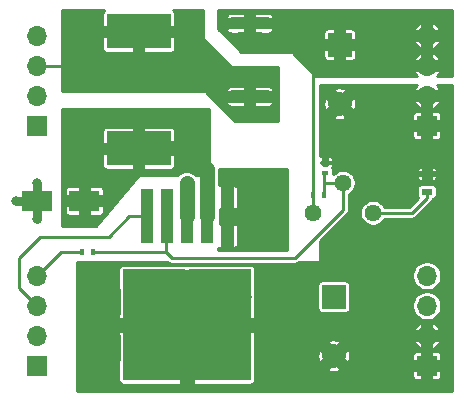
<source format=gbr>
G04 #@! TF.GenerationSoftware,KiCad,Pcbnew,(5.1.5)-3*
G04 #@! TF.CreationDate,2022-02-16T09:58:32-07:00*
G04 #@! TF.ProjectId,lm2596_breakout,6c6d3235-3936-45f6-9272-65616b6f7574,rev?*
G04 #@! TF.SameCoordinates,Original*
G04 #@! TF.FileFunction,Copper,L1,Top*
G04 #@! TF.FilePolarity,Positive*
%FSLAX46Y46*%
G04 Gerber Fmt 4.6, Leading zero omitted, Abs format (unit mm)*
G04 Created by KiCad (PCBNEW (5.1.5)-3) date 2022-02-16 09:58:32*
%MOMM*%
%LPD*%
G04 APERTURE LIST*
%ADD10R,0.600000X0.400000*%
%ADD11R,0.400000X0.600000*%
%ADD12O,1.700000X1.700000*%
%ADD13R,1.700000X1.700000*%
%ADD14C,2.000000*%
%ADD15R,2.000000X2.000000*%
%ADD16R,5.250000X4.550000*%
%ADD17R,10.800000X9.400000*%
%ADD18R,1.100000X4.600000*%
%ADD19C,1.440000*%
%ADD20R,0.900000X0.500000*%
%ADD21R,3.200000X1.000000*%
%ADD22R,5.400000X2.900000*%
%ADD23R,2.500000X1.800000*%
%ADD24C,0.800000*%
%ADD25C,1.270000*%
%ADD26C,0.762000*%
%ADD27C,0.254000*%
%ADD28C,0.250000*%
G04 APERTURE END LIST*
D10*
X77724000Y-114866000D03*
X77724000Y-115766000D03*
D11*
X77666000Y-117602000D03*
X76766000Y-117602000D03*
X57208000Y-122428000D03*
X58108000Y-122428000D03*
D12*
X86360000Y-124460000D03*
X86360000Y-127000000D03*
X86360000Y-129540000D03*
D13*
X86360000Y-132080000D03*
D14*
X78486000Y-131238000D03*
D15*
X78486000Y-126238000D03*
D16*
X63265000Y-126172000D03*
X68815000Y-131022000D03*
X68815000Y-126172000D03*
X63265000Y-131022000D03*
D17*
X66040000Y-128597000D03*
D18*
X62640000Y-119447000D03*
X64340000Y-119447000D03*
X66040000Y-119447000D03*
X67740000Y-119447000D03*
X69440000Y-119447000D03*
D19*
X81788000Y-119126000D03*
X79248000Y-116586000D03*
X76708000Y-119126000D03*
D20*
X86360000Y-115836000D03*
X86360000Y-117336000D03*
D14*
X78994000Y-109902000D03*
D15*
X78994000Y-104902000D03*
D21*
X71374000Y-103072000D03*
X71374000Y-109272000D03*
D22*
X61976000Y-103762000D03*
X61976000Y-113662000D03*
D12*
X53340000Y-124460000D03*
X53340000Y-127000000D03*
X53340000Y-129540000D03*
D13*
X53340000Y-132080000D03*
D12*
X86360000Y-104140000D03*
X86360000Y-106680000D03*
X86360000Y-109220000D03*
D13*
X86360000Y-111760000D03*
D12*
X53340000Y-104140000D03*
X53340000Y-106680000D03*
X53340000Y-109220000D03*
D13*
X53340000Y-111760000D03*
D23*
X53372000Y-118110000D03*
X57372000Y-118110000D03*
D24*
X78486000Y-120904000D03*
X79756000Y-120904000D03*
X81280000Y-120904000D03*
X82804000Y-120904000D03*
X84328000Y-120904000D03*
X85852000Y-120904000D03*
X87376000Y-120904000D03*
X88138000Y-120142000D03*
X86614000Y-120142000D03*
X85090000Y-120142000D03*
X83566000Y-120142000D03*
X80518000Y-119888000D03*
X80518000Y-117856000D03*
X84582000Y-115824000D03*
X84582000Y-118110000D03*
X82804000Y-116840000D03*
X74676000Y-129286000D03*
X74676000Y-127508000D03*
X73152000Y-126746000D03*
X74676000Y-131064000D03*
X73152000Y-130302000D03*
X74676000Y-132842000D03*
X73152000Y-132080000D03*
X73152000Y-128524000D03*
X58166000Y-127508000D03*
X59690000Y-126492000D03*
X58166000Y-125476000D03*
X59436000Y-124460000D03*
X58166000Y-123698000D03*
X59690000Y-133858000D03*
X59690000Y-130302000D03*
X59690000Y-132080000D03*
X58166000Y-131318000D03*
X59690000Y-128524000D03*
X58166000Y-129286000D03*
X58166000Y-133096000D03*
X61214000Y-132588000D03*
X64516000Y-132588000D03*
X62738000Y-132588000D03*
X68072000Y-132588000D03*
X66294000Y-132588000D03*
X70104000Y-132588000D03*
X61976000Y-131318000D03*
X65278000Y-131318000D03*
X63500000Y-131318000D03*
X68834000Y-131318000D03*
X67056000Y-131318000D03*
X70866000Y-131318000D03*
X61214000Y-130048000D03*
X64516000Y-130048000D03*
X62738000Y-130048000D03*
X68072000Y-130048000D03*
X66294000Y-130048000D03*
X70104000Y-130048000D03*
X61976000Y-128778000D03*
X65278000Y-128778000D03*
X63500000Y-128778000D03*
X68834000Y-128778000D03*
X67056000Y-128778000D03*
X70866000Y-128778000D03*
X61214000Y-127508000D03*
X64516000Y-127508000D03*
X62738000Y-127508000D03*
X68072000Y-127508000D03*
X66294000Y-127508000D03*
X70104000Y-127508000D03*
X62230000Y-126238000D03*
X65532000Y-126238000D03*
X63754000Y-126238000D03*
X69088000Y-126238000D03*
X67310000Y-126238000D03*
X71120000Y-126238000D03*
X70104000Y-124968000D03*
X68072000Y-124968000D03*
X66294000Y-124968000D03*
X64516000Y-124968000D03*
X62738000Y-124968000D03*
X61214000Y-124968000D03*
X66040000Y-116586000D03*
X51562000Y-118110000D03*
X53340000Y-116586000D03*
X53340000Y-119634000D03*
X69342000Y-116078000D03*
X70612000Y-116078000D03*
X71882000Y-116078000D03*
X73406000Y-116078000D03*
X71374000Y-117348000D03*
X72898000Y-117348000D03*
X74168000Y-117348000D03*
X72136000Y-118618000D03*
X73660000Y-118618000D03*
X71374000Y-119888000D03*
X72898000Y-119888000D03*
X72136000Y-121412000D03*
X73914000Y-121412000D03*
X74168000Y-119888000D03*
X70866000Y-121412000D03*
X70866000Y-118618000D03*
X69088000Y-102362000D03*
D25*
X59370000Y-128851000D02*
X59297000Y-128778000D01*
X66040000Y-128597000D02*
X59370000Y-128597000D01*
X66040000Y-128597000D02*
X66040000Y-133350000D01*
X66040000Y-128597000D02*
X72971000Y-128597000D01*
X66040000Y-119447000D02*
X66040000Y-116586000D01*
D26*
X53372000Y-118110000D02*
X51562000Y-118110000D01*
X53372000Y-118110000D02*
X53372000Y-116618000D01*
X53372000Y-116618000D02*
X53340000Y-116586000D01*
X53372000Y-118110000D02*
X53372000Y-119602000D01*
X53372000Y-119602000D02*
X53340000Y-119634000D01*
D27*
X77740000Y-104902000D02*
X78994000Y-104902000D01*
X76708000Y-105934000D02*
X77740000Y-104902000D01*
X76708000Y-119126000D02*
X76708000Y-105934000D01*
D25*
X65946000Y-113662000D02*
X61976000Y-113662000D01*
X67740000Y-115456000D02*
X65946000Y-113662000D01*
X67740000Y-119447000D02*
X67740000Y-115456000D01*
D28*
X51816000Y-125476000D02*
X53340000Y-127000000D01*
X61147000Y-119447000D02*
X59436000Y-121158000D01*
X62640000Y-119447000D02*
X61147000Y-119447000D01*
X59436000Y-121158000D02*
X53594000Y-121158000D01*
X53594000Y-121158000D02*
X51816000Y-122936000D01*
X51816000Y-122936000D02*
X51816000Y-125476000D01*
D27*
X53340000Y-106680000D02*
X56388000Y-106680000D01*
X56388000Y-106680000D02*
X57658000Y-105410000D01*
X57658000Y-105410000D02*
X57658000Y-104140000D01*
X58036000Y-103762000D02*
X61976000Y-103762000D01*
X57658000Y-104140000D02*
X58036000Y-103762000D01*
D28*
X64340000Y-121334000D02*
X64340000Y-119447000D01*
D27*
X79248000Y-118872000D02*
X79248000Y-116586000D01*
X75184000Y-122936000D02*
X79248000Y-118872000D01*
X64262000Y-122428000D02*
X64770000Y-122936000D01*
X64770000Y-122936000D02*
X75184000Y-122936000D01*
X64262000Y-119525000D02*
X64262000Y-122428000D01*
X64340000Y-119447000D02*
X64262000Y-119525000D01*
D28*
X77724000Y-116586000D02*
X79248000Y-116586000D01*
X77666000Y-116644000D02*
X77724000Y-116586000D01*
X77666000Y-117602000D02*
X77666000Y-116644000D01*
X77666000Y-115824000D02*
X77724000Y-115766000D01*
X77666000Y-117602000D02*
X77666000Y-115824000D01*
X58108000Y-122428000D02*
X64262000Y-122428000D01*
X55372000Y-122428000D02*
X53340000Y-124460000D01*
X57208000Y-122428000D02*
X55372000Y-122428000D01*
D27*
X86360000Y-117336000D02*
X86360000Y-117840000D01*
X86360000Y-117840000D02*
X85074000Y-119126000D01*
X81788000Y-119126000D02*
X84582000Y-119126000D01*
X85074000Y-119126000D02*
X84582000Y-119126000D01*
G36*
X67945000Y-115951000D02*
G01*
X66833210Y-115951000D01*
X66761896Y-115864104D01*
X66607190Y-115737140D01*
X66430687Y-115642798D01*
X66239171Y-115584702D01*
X66040000Y-115565085D01*
X65840830Y-115584702D01*
X65649314Y-115642798D01*
X65472811Y-115737140D01*
X65318105Y-115864104D01*
X65246791Y-115951000D01*
X61976000Y-115951000D01*
X61951224Y-115953440D01*
X61927399Y-115960667D01*
X61905443Y-115972403D01*
X61877965Y-115997265D01*
X58360066Y-120269000D01*
X55499000Y-120269000D01*
X55499000Y-119010000D01*
X55739157Y-119010000D01*
X55746513Y-119084689D01*
X55768299Y-119156508D01*
X55803678Y-119222696D01*
X55851289Y-119280711D01*
X55909304Y-119328322D01*
X55975492Y-119363701D01*
X56047311Y-119385487D01*
X56122000Y-119392843D01*
X56895750Y-119391000D01*
X56991000Y-119295750D01*
X56991000Y-118491000D01*
X57753000Y-118491000D01*
X57753000Y-119295750D01*
X57848250Y-119391000D01*
X58622000Y-119392843D01*
X58696689Y-119385487D01*
X58768508Y-119363701D01*
X58834696Y-119328322D01*
X58892711Y-119280711D01*
X58940322Y-119222696D01*
X58975701Y-119156508D01*
X58997487Y-119084689D01*
X59004843Y-119010000D01*
X59003000Y-118586250D01*
X58907750Y-118491000D01*
X57753000Y-118491000D01*
X56991000Y-118491000D01*
X55836250Y-118491000D01*
X55741000Y-118586250D01*
X55739157Y-119010000D01*
X55499000Y-119010000D01*
X55499000Y-117210000D01*
X55739157Y-117210000D01*
X55741000Y-117633750D01*
X55836250Y-117729000D01*
X56991000Y-117729000D01*
X56991000Y-116924250D01*
X57753000Y-116924250D01*
X57753000Y-117729000D01*
X58907750Y-117729000D01*
X59003000Y-117633750D01*
X59004843Y-117210000D01*
X58997487Y-117135311D01*
X58975701Y-117063492D01*
X58940322Y-116997304D01*
X58892711Y-116939289D01*
X58834696Y-116891678D01*
X58768508Y-116856299D01*
X58696689Y-116834513D01*
X58622000Y-116827157D01*
X57848250Y-116829000D01*
X57753000Y-116924250D01*
X56991000Y-116924250D01*
X56895750Y-116829000D01*
X56122000Y-116827157D01*
X56047311Y-116834513D01*
X55975492Y-116856299D01*
X55909304Y-116891678D01*
X55851289Y-116939289D01*
X55803678Y-116997304D01*
X55768299Y-117063492D01*
X55746513Y-117135311D01*
X55739157Y-117210000D01*
X55499000Y-117210000D01*
X55499000Y-115112000D01*
X58893157Y-115112000D01*
X58900513Y-115186689D01*
X58922299Y-115258508D01*
X58957678Y-115324696D01*
X59005289Y-115382711D01*
X59063304Y-115430322D01*
X59129492Y-115465701D01*
X59201311Y-115487487D01*
X59276000Y-115494843D01*
X61499750Y-115493000D01*
X61595000Y-115397750D01*
X61595000Y-114043000D01*
X62357000Y-114043000D01*
X62357000Y-115397750D01*
X62452250Y-115493000D01*
X64676000Y-115494843D01*
X64750689Y-115487487D01*
X64822508Y-115465701D01*
X64888696Y-115430322D01*
X64946711Y-115382711D01*
X64994322Y-115324696D01*
X65029701Y-115258508D01*
X65051487Y-115186689D01*
X65058843Y-115112000D01*
X65057000Y-114138250D01*
X64961750Y-114043000D01*
X62357000Y-114043000D01*
X61595000Y-114043000D01*
X58990250Y-114043000D01*
X58895000Y-114138250D01*
X58893157Y-115112000D01*
X55499000Y-115112000D01*
X55499000Y-112212000D01*
X58893157Y-112212000D01*
X58895000Y-113185750D01*
X58990250Y-113281000D01*
X61595000Y-113281000D01*
X61595000Y-111926250D01*
X62357000Y-111926250D01*
X62357000Y-113281000D01*
X64961750Y-113281000D01*
X65057000Y-113185750D01*
X65058843Y-112212000D01*
X65051487Y-112137311D01*
X65029701Y-112065492D01*
X64994322Y-111999304D01*
X64946711Y-111941289D01*
X64888696Y-111893678D01*
X64822508Y-111858299D01*
X64750689Y-111836513D01*
X64676000Y-111829157D01*
X62452250Y-111831000D01*
X62357000Y-111926250D01*
X61595000Y-111926250D01*
X61499750Y-111831000D01*
X59276000Y-111829157D01*
X59201311Y-111836513D01*
X59129492Y-111858299D01*
X59063304Y-111893678D01*
X59005289Y-111941289D01*
X58957678Y-111999304D01*
X58922299Y-112065492D01*
X58900513Y-112137311D01*
X58893157Y-112212000D01*
X55499000Y-112212000D01*
X55499000Y-110363000D01*
X67945000Y-110363000D01*
X67945000Y-115951000D01*
G37*
X67945000Y-115951000D02*
X66833210Y-115951000D01*
X66761896Y-115864104D01*
X66607190Y-115737140D01*
X66430687Y-115642798D01*
X66239171Y-115584702D01*
X66040000Y-115565085D01*
X65840830Y-115584702D01*
X65649314Y-115642798D01*
X65472811Y-115737140D01*
X65318105Y-115864104D01*
X65246791Y-115951000D01*
X61976000Y-115951000D01*
X61951224Y-115953440D01*
X61927399Y-115960667D01*
X61905443Y-115972403D01*
X61877965Y-115997265D01*
X58360066Y-120269000D01*
X55499000Y-120269000D01*
X55499000Y-119010000D01*
X55739157Y-119010000D01*
X55746513Y-119084689D01*
X55768299Y-119156508D01*
X55803678Y-119222696D01*
X55851289Y-119280711D01*
X55909304Y-119328322D01*
X55975492Y-119363701D01*
X56047311Y-119385487D01*
X56122000Y-119392843D01*
X56895750Y-119391000D01*
X56991000Y-119295750D01*
X56991000Y-118491000D01*
X57753000Y-118491000D01*
X57753000Y-119295750D01*
X57848250Y-119391000D01*
X58622000Y-119392843D01*
X58696689Y-119385487D01*
X58768508Y-119363701D01*
X58834696Y-119328322D01*
X58892711Y-119280711D01*
X58940322Y-119222696D01*
X58975701Y-119156508D01*
X58997487Y-119084689D01*
X59004843Y-119010000D01*
X59003000Y-118586250D01*
X58907750Y-118491000D01*
X57753000Y-118491000D01*
X56991000Y-118491000D01*
X55836250Y-118491000D01*
X55741000Y-118586250D01*
X55739157Y-119010000D01*
X55499000Y-119010000D01*
X55499000Y-117210000D01*
X55739157Y-117210000D01*
X55741000Y-117633750D01*
X55836250Y-117729000D01*
X56991000Y-117729000D01*
X56991000Y-116924250D01*
X57753000Y-116924250D01*
X57753000Y-117729000D01*
X58907750Y-117729000D01*
X59003000Y-117633750D01*
X59004843Y-117210000D01*
X58997487Y-117135311D01*
X58975701Y-117063492D01*
X58940322Y-116997304D01*
X58892711Y-116939289D01*
X58834696Y-116891678D01*
X58768508Y-116856299D01*
X58696689Y-116834513D01*
X58622000Y-116827157D01*
X57848250Y-116829000D01*
X57753000Y-116924250D01*
X56991000Y-116924250D01*
X56895750Y-116829000D01*
X56122000Y-116827157D01*
X56047311Y-116834513D01*
X55975492Y-116856299D01*
X55909304Y-116891678D01*
X55851289Y-116939289D01*
X55803678Y-116997304D01*
X55768299Y-117063492D01*
X55746513Y-117135311D01*
X55739157Y-117210000D01*
X55499000Y-117210000D01*
X55499000Y-115112000D01*
X58893157Y-115112000D01*
X58900513Y-115186689D01*
X58922299Y-115258508D01*
X58957678Y-115324696D01*
X59005289Y-115382711D01*
X59063304Y-115430322D01*
X59129492Y-115465701D01*
X59201311Y-115487487D01*
X59276000Y-115494843D01*
X61499750Y-115493000D01*
X61595000Y-115397750D01*
X61595000Y-114043000D01*
X62357000Y-114043000D01*
X62357000Y-115397750D01*
X62452250Y-115493000D01*
X64676000Y-115494843D01*
X64750689Y-115487487D01*
X64822508Y-115465701D01*
X64888696Y-115430322D01*
X64946711Y-115382711D01*
X64994322Y-115324696D01*
X65029701Y-115258508D01*
X65051487Y-115186689D01*
X65058843Y-115112000D01*
X65057000Y-114138250D01*
X64961750Y-114043000D01*
X62357000Y-114043000D01*
X61595000Y-114043000D01*
X58990250Y-114043000D01*
X58895000Y-114138250D01*
X58893157Y-115112000D01*
X55499000Y-115112000D01*
X55499000Y-112212000D01*
X58893157Y-112212000D01*
X58895000Y-113185750D01*
X58990250Y-113281000D01*
X61595000Y-113281000D01*
X61595000Y-111926250D01*
X62357000Y-111926250D01*
X62357000Y-113281000D01*
X64961750Y-113281000D01*
X65057000Y-113185750D01*
X65058843Y-112212000D01*
X65051487Y-112137311D01*
X65029701Y-112065492D01*
X64994322Y-111999304D01*
X64946711Y-111941289D01*
X64888696Y-111893678D01*
X64822508Y-111858299D01*
X64750689Y-111836513D01*
X64676000Y-111829157D01*
X62452250Y-111831000D01*
X62357000Y-111926250D01*
X61595000Y-111926250D01*
X61499750Y-111831000D01*
X59276000Y-111829157D01*
X59201311Y-111836513D01*
X59129492Y-111858299D01*
X59063304Y-111893678D01*
X59005289Y-111941289D01*
X58957678Y-111999304D01*
X58922299Y-112065492D01*
X58900513Y-112137311D01*
X58893157Y-112212000D01*
X55499000Y-112212000D01*
X55499000Y-110363000D01*
X67945000Y-110363000D01*
X67945000Y-115951000D01*
G36*
X85423521Y-108420993D02*
G01*
X85285637Y-108619044D01*
X85263458Y-108660576D01*
X85290062Y-108839000D01*
X85979000Y-108839000D01*
X85979000Y-108819000D01*
X86741000Y-108819000D01*
X86741000Y-108839000D01*
X87429938Y-108839000D01*
X87456542Y-108660576D01*
X87434363Y-108619044D01*
X87296479Y-108420993D01*
X87202975Y-108331000D01*
X88494000Y-108331000D01*
X88494001Y-134214000D01*
X56769000Y-134214000D01*
X56769000Y-123897000D01*
X60257157Y-123897000D01*
X60258549Y-127088044D01*
X60257157Y-128447000D01*
X60264513Y-128521689D01*
X60286299Y-128593508D01*
X60288166Y-128597000D01*
X60286299Y-128600492D01*
X60264513Y-128672311D01*
X60257157Y-128747000D01*
X60258549Y-130105956D01*
X60257157Y-133297000D01*
X60264513Y-133371689D01*
X60286299Y-133443508D01*
X60321678Y-133509696D01*
X60369289Y-133567711D01*
X60427304Y-133615322D01*
X60493492Y-133650701D01*
X60565311Y-133672487D01*
X60640000Y-133679843D01*
X64294958Y-133678475D01*
X65890000Y-133679843D01*
X65964689Y-133672487D01*
X66036508Y-133650701D01*
X66040000Y-133648834D01*
X66043492Y-133650701D01*
X66115311Y-133672487D01*
X66190000Y-133679843D01*
X67785042Y-133678475D01*
X71440000Y-133679843D01*
X71514689Y-133672487D01*
X71586508Y-133650701D01*
X71652696Y-133615322D01*
X71710711Y-133567711D01*
X71758322Y-133509696D01*
X71793701Y-133443508D01*
X71815487Y-133371689D01*
X71822843Y-133297000D01*
X71822684Y-132930000D01*
X85127157Y-132930000D01*
X85134513Y-133004689D01*
X85156299Y-133076508D01*
X85191678Y-133142696D01*
X85239289Y-133200711D01*
X85297304Y-133248322D01*
X85363492Y-133283701D01*
X85435311Y-133305487D01*
X85510000Y-133312843D01*
X85883750Y-133311000D01*
X85979000Y-133215750D01*
X85979000Y-132461000D01*
X86741000Y-132461000D01*
X86741000Y-133215750D01*
X86836250Y-133311000D01*
X87210000Y-133312843D01*
X87284689Y-133305487D01*
X87356508Y-133283701D01*
X87422696Y-133248322D01*
X87480711Y-133200711D01*
X87528322Y-133142696D01*
X87563701Y-133076508D01*
X87585487Y-133004689D01*
X87592843Y-132930000D01*
X87591000Y-132556250D01*
X87495750Y-132461000D01*
X86741000Y-132461000D01*
X85979000Y-132461000D01*
X85224250Y-132461000D01*
X85129000Y-132556250D01*
X85127157Y-132930000D01*
X71822684Y-132930000D01*
X71822444Y-132380683D01*
X77882132Y-132380683D01*
X78009922Y-132541461D01*
X78273362Y-132609293D01*
X78544974Y-132624427D01*
X78814320Y-132586282D01*
X78962078Y-132541461D01*
X79089868Y-132380683D01*
X78486000Y-131776815D01*
X77882132Y-132380683D01*
X71822444Y-132380683D01*
X71821971Y-131296974D01*
X77099573Y-131296974D01*
X77137718Y-131566320D01*
X77182539Y-131714078D01*
X77343317Y-131841868D01*
X77947185Y-131238000D01*
X79024815Y-131238000D01*
X79628683Y-131841868D01*
X79789461Y-131714078D01*
X79857293Y-131450638D01*
X79869586Y-131230000D01*
X85127157Y-131230000D01*
X85129000Y-131603750D01*
X85224250Y-131699000D01*
X85979000Y-131699000D01*
X85979000Y-130944250D01*
X86741000Y-130944250D01*
X86741000Y-131699000D01*
X87495750Y-131699000D01*
X87591000Y-131603750D01*
X87592843Y-131230000D01*
X87585487Y-131155311D01*
X87563701Y-131083492D01*
X87528322Y-131017304D01*
X87480711Y-130959289D01*
X87422696Y-130911678D01*
X87356508Y-130876299D01*
X87284689Y-130854513D01*
X87210000Y-130847157D01*
X86836250Y-130849000D01*
X86741000Y-130944250D01*
X85979000Y-130944250D01*
X85883750Y-130849000D01*
X85510000Y-130847157D01*
X85435311Y-130854513D01*
X85363492Y-130876299D01*
X85297304Y-130911678D01*
X85239289Y-130959289D01*
X85191678Y-131017304D01*
X85156299Y-131083492D01*
X85134513Y-131155311D01*
X85127157Y-131230000D01*
X79869586Y-131230000D01*
X79872427Y-131179026D01*
X79834282Y-130909680D01*
X79789461Y-130761922D01*
X79628683Y-130634132D01*
X79024815Y-131238000D01*
X77947185Y-131238000D01*
X77343317Y-130634132D01*
X77182539Y-130761922D01*
X77114707Y-131025362D01*
X77099573Y-131296974D01*
X71821971Y-131296974D01*
X71821451Y-130105956D01*
X71821461Y-130095317D01*
X77882132Y-130095317D01*
X78486000Y-130699185D01*
X79085761Y-130099424D01*
X85263458Y-130099424D01*
X85285637Y-130140956D01*
X85423521Y-130339007D01*
X85597394Y-130506352D01*
X85800573Y-130636561D01*
X85979000Y-130615324D01*
X85979000Y-129921000D01*
X86741000Y-129921000D01*
X86741000Y-130615324D01*
X86919427Y-130636561D01*
X87122606Y-130506352D01*
X87296479Y-130339007D01*
X87434363Y-130140956D01*
X87456542Y-130099424D01*
X87429938Y-129921000D01*
X86741000Y-129921000D01*
X85979000Y-129921000D01*
X85290062Y-129921000D01*
X85263458Y-130099424D01*
X79085761Y-130099424D01*
X79089868Y-130095317D01*
X78962078Y-129934539D01*
X78698638Y-129866707D01*
X78427026Y-129851573D01*
X78157680Y-129889718D01*
X78009922Y-129934539D01*
X77882132Y-130095317D01*
X71821461Y-130095317D01*
X71822603Y-128980576D01*
X85263458Y-128980576D01*
X85290062Y-129159000D01*
X85979000Y-129159000D01*
X85979000Y-128464676D01*
X86741000Y-128464676D01*
X86741000Y-129159000D01*
X87429938Y-129159000D01*
X87456542Y-128980576D01*
X87434363Y-128939044D01*
X87296479Y-128740993D01*
X87122606Y-128573648D01*
X86919427Y-128443439D01*
X86741000Y-128464676D01*
X85979000Y-128464676D01*
X85800573Y-128443439D01*
X85597394Y-128573648D01*
X85423521Y-128740993D01*
X85285637Y-128939044D01*
X85263458Y-128980576D01*
X71822603Y-128980576D01*
X71822843Y-128747000D01*
X71815487Y-128672311D01*
X71793701Y-128600492D01*
X71791834Y-128597000D01*
X71793701Y-128593508D01*
X71815487Y-128521689D01*
X71822843Y-128447000D01*
X71821451Y-127088044D01*
X71822258Y-125238000D01*
X77103157Y-125238000D01*
X77103157Y-127238000D01*
X77110513Y-127312689D01*
X77132299Y-127384508D01*
X77167678Y-127450696D01*
X77215289Y-127508711D01*
X77273304Y-127556322D01*
X77339492Y-127591701D01*
X77411311Y-127613487D01*
X77486000Y-127620843D01*
X79486000Y-127620843D01*
X79560689Y-127613487D01*
X79632508Y-127591701D01*
X79698696Y-127556322D01*
X79756711Y-127508711D01*
X79804322Y-127450696D01*
X79839701Y-127384508D01*
X79861487Y-127312689D01*
X79868843Y-127238000D01*
X79868843Y-126878757D01*
X85129000Y-126878757D01*
X85129000Y-127121243D01*
X85176307Y-127359069D01*
X85269102Y-127583097D01*
X85403820Y-127784717D01*
X85575283Y-127956180D01*
X85776903Y-128090898D01*
X86000931Y-128183693D01*
X86238757Y-128231000D01*
X86481243Y-128231000D01*
X86719069Y-128183693D01*
X86943097Y-128090898D01*
X87144717Y-127956180D01*
X87316180Y-127784717D01*
X87450898Y-127583097D01*
X87543693Y-127359069D01*
X87591000Y-127121243D01*
X87591000Y-126878757D01*
X87543693Y-126640931D01*
X87450898Y-126416903D01*
X87316180Y-126215283D01*
X87144717Y-126043820D01*
X86943097Y-125909102D01*
X86719069Y-125816307D01*
X86481243Y-125769000D01*
X86238757Y-125769000D01*
X86000931Y-125816307D01*
X85776903Y-125909102D01*
X85575283Y-126043820D01*
X85403820Y-126215283D01*
X85269102Y-126416903D01*
X85176307Y-126640931D01*
X85129000Y-126878757D01*
X79868843Y-126878757D01*
X79868843Y-125238000D01*
X79861487Y-125163311D01*
X79839701Y-125091492D01*
X79804322Y-125025304D01*
X79756711Y-124967289D01*
X79698696Y-124919678D01*
X79632508Y-124884299D01*
X79560689Y-124862513D01*
X79486000Y-124855157D01*
X77486000Y-124855157D01*
X77411311Y-124862513D01*
X77339492Y-124884299D01*
X77273304Y-124919678D01*
X77215289Y-124967289D01*
X77167678Y-125025304D01*
X77132299Y-125091492D01*
X77110513Y-125163311D01*
X77103157Y-125238000D01*
X71822258Y-125238000D01*
X71822650Y-124338757D01*
X85129000Y-124338757D01*
X85129000Y-124581243D01*
X85176307Y-124819069D01*
X85269102Y-125043097D01*
X85403820Y-125244717D01*
X85575283Y-125416180D01*
X85776903Y-125550898D01*
X86000931Y-125643693D01*
X86238757Y-125691000D01*
X86481243Y-125691000D01*
X86719069Y-125643693D01*
X86943097Y-125550898D01*
X87144717Y-125416180D01*
X87316180Y-125244717D01*
X87450898Y-125043097D01*
X87543693Y-124819069D01*
X87591000Y-124581243D01*
X87591000Y-124338757D01*
X87543693Y-124100931D01*
X87450898Y-123876903D01*
X87316180Y-123675283D01*
X87144717Y-123503820D01*
X86943097Y-123369102D01*
X86719069Y-123276307D01*
X86481243Y-123229000D01*
X86238757Y-123229000D01*
X86000931Y-123276307D01*
X85776903Y-123369102D01*
X85575283Y-123503820D01*
X85403820Y-123675283D01*
X85269102Y-123876903D01*
X85176307Y-124100931D01*
X85129000Y-124338757D01*
X71822650Y-124338757D01*
X71822843Y-123897000D01*
X71815487Y-123822311D01*
X71793701Y-123750492D01*
X71758322Y-123684304D01*
X71710711Y-123626289D01*
X71652696Y-123578678D01*
X71586508Y-123543299D01*
X71514689Y-123521513D01*
X71440000Y-123514157D01*
X67785042Y-123515525D01*
X66190000Y-123514157D01*
X66115311Y-123521513D01*
X66043492Y-123543299D01*
X66040000Y-123545166D01*
X66036508Y-123543299D01*
X65964689Y-123521513D01*
X65890000Y-123514157D01*
X64294958Y-123515525D01*
X60640000Y-123514157D01*
X60565311Y-123521513D01*
X60493492Y-123543299D01*
X60427304Y-123578678D01*
X60369289Y-123626289D01*
X60321678Y-123684304D01*
X60286299Y-123750492D01*
X60264513Y-123822311D01*
X60257157Y-123897000D01*
X56769000Y-123897000D01*
X56769000Y-123317000D01*
X64433486Y-123317000D01*
X64486404Y-123360429D01*
X64574655Y-123407600D01*
X64574657Y-123407601D01*
X64670415Y-123436649D01*
X64745053Y-123444000D01*
X64745055Y-123444000D01*
X64769999Y-123446457D01*
X64794943Y-123444000D01*
X75159056Y-123444000D01*
X75184000Y-123446457D01*
X75208944Y-123444000D01*
X75208947Y-123444000D01*
X75283585Y-123436649D01*
X75379343Y-123407601D01*
X75467595Y-123360429D01*
X75520514Y-123317000D01*
X77216000Y-123317000D01*
X77240776Y-123314560D01*
X77264601Y-123307333D01*
X77286557Y-123295597D01*
X77305803Y-123279803D01*
X77321597Y-123260557D01*
X77333333Y-123238601D01*
X77340560Y-123214776D01*
X77343000Y-123190000D01*
X77343000Y-121495420D01*
X79589565Y-119248855D01*
X79608948Y-119232948D01*
X79666020Y-119163405D01*
X79672429Y-119155596D01*
X79701840Y-119100571D01*
X79719601Y-119067343D01*
X79734702Y-119017561D01*
X80687000Y-119017561D01*
X80687000Y-119234439D01*
X80729311Y-119447150D01*
X80812307Y-119647519D01*
X80932798Y-119827846D01*
X81086154Y-119981202D01*
X81266481Y-120101693D01*
X81466850Y-120184689D01*
X81679561Y-120227000D01*
X81896439Y-120227000D01*
X82109150Y-120184689D01*
X82309519Y-120101693D01*
X82489846Y-119981202D01*
X82643202Y-119827846D01*
X82763693Y-119647519D01*
X82769293Y-119634000D01*
X85049056Y-119634000D01*
X85074000Y-119636457D01*
X85098944Y-119634000D01*
X85098947Y-119634000D01*
X85173585Y-119626649D01*
X85269343Y-119597601D01*
X85357595Y-119550429D01*
X85434948Y-119486948D01*
X85450855Y-119467565D01*
X86701565Y-118216855D01*
X86720948Y-118200948D01*
X86784429Y-118123595D01*
X86831601Y-118035343D01*
X86853060Y-117964602D01*
X86884689Y-117961487D01*
X86956508Y-117939701D01*
X87022696Y-117904322D01*
X87080711Y-117856711D01*
X87128322Y-117798696D01*
X87163701Y-117732508D01*
X87185487Y-117660689D01*
X87192843Y-117586000D01*
X87192843Y-117086000D01*
X87185487Y-117011311D01*
X87163701Y-116939492D01*
X87128322Y-116873304D01*
X87080711Y-116815289D01*
X87022696Y-116767678D01*
X86956508Y-116732299D01*
X86884689Y-116710513D01*
X86810000Y-116703157D01*
X85910000Y-116703157D01*
X85835311Y-116710513D01*
X85763492Y-116732299D01*
X85697304Y-116767678D01*
X85639289Y-116815289D01*
X85591678Y-116873304D01*
X85556299Y-116939492D01*
X85534513Y-117011311D01*
X85527157Y-117086000D01*
X85527157Y-117586000D01*
X85534513Y-117660689D01*
X85556299Y-117732508D01*
X85591678Y-117798696D01*
X85632789Y-117848791D01*
X84863580Y-118618000D01*
X82769293Y-118618000D01*
X82763693Y-118604481D01*
X82643202Y-118424154D01*
X82489846Y-118270798D01*
X82309519Y-118150307D01*
X82109150Y-118067311D01*
X81896439Y-118025000D01*
X81679561Y-118025000D01*
X81466850Y-118067311D01*
X81266481Y-118150307D01*
X81086154Y-118270798D01*
X80932798Y-118424154D01*
X80812307Y-118604481D01*
X80729311Y-118804850D01*
X80687000Y-119017561D01*
X79734702Y-119017561D01*
X79748649Y-118971585D01*
X79756000Y-118896947D01*
X79756000Y-118896944D01*
X79758457Y-118872000D01*
X79756000Y-118847056D01*
X79756000Y-117567293D01*
X79769519Y-117561693D01*
X79949846Y-117441202D01*
X80103202Y-117287846D01*
X80223693Y-117107519D01*
X80306689Y-116907150D01*
X80349000Y-116694439D01*
X80349000Y-116477561D01*
X80306689Y-116264850D01*
X80232607Y-116086000D01*
X85527157Y-116086000D01*
X85534513Y-116160689D01*
X85556299Y-116232508D01*
X85591678Y-116298696D01*
X85639289Y-116356711D01*
X85697304Y-116404322D01*
X85763492Y-116439701D01*
X85835311Y-116461487D01*
X85910000Y-116468843D01*
X85941750Y-116467000D01*
X86037000Y-116371750D01*
X86037000Y-115959000D01*
X86683000Y-115959000D01*
X86683000Y-116371750D01*
X86778250Y-116467000D01*
X86810000Y-116468843D01*
X86884689Y-116461487D01*
X86956508Y-116439701D01*
X87022696Y-116404322D01*
X87080711Y-116356711D01*
X87128322Y-116298696D01*
X87163701Y-116232508D01*
X87185487Y-116160689D01*
X87192843Y-116086000D01*
X87191000Y-116054250D01*
X87095750Y-115959000D01*
X86683000Y-115959000D01*
X86037000Y-115959000D01*
X85624250Y-115959000D01*
X85529000Y-116054250D01*
X85527157Y-116086000D01*
X80232607Y-116086000D01*
X80223693Y-116064481D01*
X80103202Y-115884154D01*
X79949846Y-115730798D01*
X79769519Y-115610307D01*
X79710838Y-115586000D01*
X85527157Y-115586000D01*
X85529000Y-115617750D01*
X85624250Y-115713000D01*
X86037000Y-115713000D01*
X86037000Y-115300250D01*
X86683000Y-115300250D01*
X86683000Y-115713000D01*
X87095750Y-115713000D01*
X87191000Y-115617750D01*
X87192843Y-115586000D01*
X87185487Y-115511311D01*
X87163701Y-115439492D01*
X87128322Y-115373304D01*
X87080711Y-115315289D01*
X87022696Y-115267678D01*
X86956508Y-115232299D01*
X86884689Y-115210513D01*
X86810000Y-115203157D01*
X86778250Y-115205000D01*
X86683000Y-115300250D01*
X86037000Y-115300250D01*
X85941750Y-115205000D01*
X85910000Y-115203157D01*
X85835311Y-115210513D01*
X85763492Y-115232299D01*
X85697304Y-115267678D01*
X85639289Y-115315289D01*
X85591678Y-115373304D01*
X85556299Y-115439492D01*
X85534513Y-115511311D01*
X85527157Y-115586000D01*
X79710838Y-115586000D01*
X79569150Y-115527311D01*
X79356439Y-115485000D01*
X79139561Y-115485000D01*
X78926850Y-115527311D01*
X78726481Y-115610307D01*
X78546154Y-115730798D01*
X78406843Y-115870109D01*
X78406843Y-115566000D01*
X78399487Y-115491311D01*
X78377701Y-115419492D01*
X78342322Y-115353304D01*
X78311708Y-115316000D01*
X78342322Y-115278696D01*
X78377701Y-115212508D01*
X78399487Y-115140689D01*
X78406843Y-115066000D01*
X78405000Y-115034250D01*
X78309750Y-114939000D01*
X77897000Y-114939000D01*
X77897000Y-115066000D01*
X77551000Y-115066000D01*
X77551000Y-114939000D01*
X77424000Y-114939000D01*
X77424000Y-114793000D01*
X77551000Y-114793000D01*
X77551000Y-114380250D01*
X77897000Y-114380250D01*
X77897000Y-114793000D01*
X78309750Y-114793000D01*
X78405000Y-114697750D01*
X78406843Y-114666000D01*
X78399487Y-114591311D01*
X78377701Y-114519492D01*
X78342322Y-114453304D01*
X78294711Y-114395289D01*
X78236696Y-114347678D01*
X78170508Y-114312299D01*
X78098689Y-114290513D01*
X78024000Y-114283157D01*
X77992250Y-114285000D01*
X77897000Y-114380250D01*
X77551000Y-114380250D01*
X77455750Y-114285000D01*
X77424000Y-114283157D01*
X77349311Y-114290513D01*
X77343000Y-114292427D01*
X77343000Y-112610000D01*
X85127157Y-112610000D01*
X85134513Y-112684689D01*
X85156299Y-112756508D01*
X85191678Y-112822696D01*
X85239289Y-112880711D01*
X85297304Y-112928322D01*
X85363492Y-112963701D01*
X85435311Y-112985487D01*
X85510000Y-112992843D01*
X85883750Y-112991000D01*
X85979000Y-112895750D01*
X85979000Y-112141000D01*
X86741000Y-112141000D01*
X86741000Y-112895750D01*
X86836250Y-112991000D01*
X87210000Y-112992843D01*
X87284689Y-112985487D01*
X87356508Y-112963701D01*
X87422696Y-112928322D01*
X87480711Y-112880711D01*
X87528322Y-112822696D01*
X87563701Y-112756508D01*
X87585487Y-112684689D01*
X87592843Y-112610000D01*
X87591000Y-112236250D01*
X87495750Y-112141000D01*
X86741000Y-112141000D01*
X85979000Y-112141000D01*
X85224250Y-112141000D01*
X85129000Y-112236250D01*
X85127157Y-112610000D01*
X77343000Y-112610000D01*
X77343000Y-111044683D01*
X78390132Y-111044683D01*
X78517922Y-111205461D01*
X78781362Y-111273293D01*
X79052974Y-111288427D01*
X79322320Y-111250282D01*
X79470078Y-111205461D01*
X79597868Y-111044683D01*
X79463185Y-110910000D01*
X85127157Y-110910000D01*
X85129000Y-111283750D01*
X85224250Y-111379000D01*
X85979000Y-111379000D01*
X85979000Y-110624250D01*
X86741000Y-110624250D01*
X86741000Y-111379000D01*
X87495750Y-111379000D01*
X87591000Y-111283750D01*
X87592843Y-110910000D01*
X87585487Y-110835311D01*
X87563701Y-110763492D01*
X87528322Y-110697304D01*
X87480711Y-110639289D01*
X87422696Y-110591678D01*
X87356508Y-110556299D01*
X87284689Y-110534513D01*
X87210000Y-110527157D01*
X86836250Y-110529000D01*
X86741000Y-110624250D01*
X85979000Y-110624250D01*
X85883750Y-110529000D01*
X85510000Y-110527157D01*
X85435311Y-110534513D01*
X85363492Y-110556299D01*
X85297304Y-110591678D01*
X85239289Y-110639289D01*
X85191678Y-110697304D01*
X85156299Y-110763492D01*
X85134513Y-110835311D01*
X85127157Y-110910000D01*
X79463185Y-110910000D01*
X78994000Y-110440815D01*
X78390132Y-111044683D01*
X77343000Y-111044683D01*
X77343000Y-109960974D01*
X77607573Y-109960974D01*
X77645718Y-110230320D01*
X77690539Y-110378078D01*
X77851317Y-110505868D01*
X78455185Y-109902000D01*
X79532815Y-109902000D01*
X80136683Y-110505868D01*
X80297461Y-110378078D01*
X80365293Y-110114638D01*
X80380427Y-109843026D01*
X80371420Y-109779424D01*
X85263458Y-109779424D01*
X85285637Y-109820956D01*
X85423521Y-110019007D01*
X85597394Y-110186352D01*
X85800573Y-110316561D01*
X85979000Y-110295324D01*
X85979000Y-109601000D01*
X86741000Y-109601000D01*
X86741000Y-110295324D01*
X86919427Y-110316561D01*
X87122606Y-110186352D01*
X87296479Y-110019007D01*
X87434363Y-109820956D01*
X87456542Y-109779424D01*
X87429938Y-109601000D01*
X86741000Y-109601000D01*
X85979000Y-109601000D01*
X85290062Y-109601000D01*
X85263458Y-109779424D01*
X80371420Y-109779424D01*
X80342282Y-109573680D01*
X80297461Y-109425922D01*
X80136683Y-109298132D01*
X79532815Y-109902000D01*
X78455185Y-109902000D01*
X77851317Y-109298132D01*
X77690539Y-109425922D01*
X77622707Y-109689362D01*
X77607573Y-109960974D01*
X77343000Y-109960974D01*
X77343000Y-108759317D01*
X78390132Y-108759317D01*
X78994000Y-109363185D01*
X79597868Y-108759317D01*
X79470078Y-108598539D01*
X79206638Y-108530707D01*
X78935026Y-108515573D01*
X78665680Y-108553718D01*
X78517922Y-108598539D01*
X78390132Y-108759317D01*
X77343000Y-108759317D01*
X77343000Y-108331000D01*
X85517025Y-108331000D01*
X85423521Y-108420993D01*
G37*
X85423521Y-108420993D02*
X85285637Y-108619044D01*
X85263458Y-108660576D01*
X85290062Y-108839000D01*
X85979000Y-108839000D01*
X85979000Y-108819000D01*
X86741000Y-108819000D01*
X86741000Y-108839000D01*
X87429938Y-108839000D01*
X87456542Y-108660576D01*
X87434363Y-108619044D01*
X87296479Y-108420993D01*
X87202975Y-108331000D01*
X88494000Y-108331000D01*
X88494001Y-134214000D01*
X56769000Y-134214000D01*
X56769000Y-123897000D01*
X60257157Y-123897000D01*
X60258549Y-127088044D01*
X60257157Y-128447000D01*
X60264513Y-128521689D01*
X60286299Y-128593508D01*
X60288166Y-128597000D01*
X60286299Y-128600492D01*
X60264513Y-128672311D01*
X60257157Y-128747000D01*
X60258549Y-130105956D01*
X60257157Y-133297000D01*
X60264513Y-133371689D01*
X60286299Y-133443508D01*
X60321678Y-133509696D01*
X60369289Y-133567711D01*
X60427304Y-133615322D01*
X60493492Y-133650701D01*
X60565311Y-133672487D01*
X60640000Y-133679843D01*
X64294958Y-133678475D01*
X65890000Y-133679843D01*
X65964689Y-133672487D01*
X66036508Y-133650701D01*
X66040000Y-133648834D01*
X66043492Y-133650701D01*
X66115311Y-133672487D01*
X66190000Y-133679843D01*
X67785042Y-133678475D01*
X71440000Y-133679843D01*
X71514689Y-133672487D01*
X71586508Y-133650701D01*
X71652696Y-133615322D01*
X71710711Y-133567711D01*
X71758322Y-133509696D01*
X71793701Y-133443508D01*
X71815487Y-133371689D01*
X71822843Y-133297000D01*
X71822684Y-132930000D01*
X85127157Y-132930000D01*
X85134513Y-133004689D01*
X85156299Y-133076508D01*
X85191678Y-133142696D01*
X85239289Y-133200711D01*
X85297304Y-133248322D01*
X85363492Y-133283701D01*
X85435311Y-133305487D01*
X85510000Y-133312843D01*
X85883750Y-133311000D01*
X85979000Y-133215750D01*
X85979000Y-132461000D01*
X86741000Y-132461000D01*
X86741000Y-133215750D01*
X86836250Y-133311000D01*
X87210000Y-133312843D01*
X87284689Y-133305487D01*
X87356508Y-133283701D01*
X87422696Y-133248322D01*
X87480711Y-133200711D01*
X87528322Y-133142696D01*
X87563701Y-133076508D01*
X87585487Y-133004689D01*
X87592843Y-132930000D01*
X87591000Y-132556250D01*
X87495750Y-132461000D01*
X86741000Y-132461000D01*
X85979000Y-132461000D01*
X85224250Y-132461000D01*
X85129000Y-132556250D01*
X85127157Y-132930000D01*
X71822684Y-132930000D01*
X71822444Y-132380683D01*
X77882132Y-132380683D01*
X78009922Y-132541461D01*
X78273362Y-132609293D01*
X78544974Y-132624427D01*
X78814320Y-132586282D01*
X78962078Y-132541461D01*
X79089868Y-132380683D01*
X78486000Y-131776815D01*
X77882132Y-132380683D01*
X71822444Y-132380683D01*
X71821971Y-131296974D01*
X77099573Y-131296974D01*
X77137718Y-131566320D01*
X77182539Y-131714078D01*
X77343317Y-131841868D01*
X77947185Y-131238000D01*
X79024815Y-131238000D01*
X79628683Y-131841868D01*
X79789461Y-131714078D01*
X79857293Y-131450638D01*
X79869586Y-131230000D01*
X85127157Y-131230000D01*
X85129000Y-131603750D01*
X85224250Y-131699000D01*
X85979000Y-131699000D01*
X85979000Y-130944250D01*
X86741000Y-130944250D01*
X86741000Y-131699000D01*
X87495750Y-131699000D01*
X87591000Y-131603750D01*
X87592843Y-131230000D01*
X87585487Y-131155311D01*
X87563701Y-131083492D01*
X87528322Y-131017304D01*
X87480711Y-130959289D01*
X87422696Y-130911678D01*
X87356508Y-130876299D01*
X87284689Y-130854513D01*
X87210000Y-130847157D01*
X86836250Y-130849000D01*
X86741000Y-130944250D01*
X85979000Y-130944250D01*
X85883750Y-130849000D01*
X85510000Y-130847157D01*
X85435311Y-130854513D01*
X85363492Y-130876299D01*
X85297304Y-130911678D01*
X85239289Y-130959289D01*
X85191678Y-131017304D01*
X85156299Y-131083492D01*
X85134513Y-131155311D01*
X85127157Y-131230000D01*
X79869586Y-131230000D01*
X79872427Y-131179026D01*
X79834282Y-130909680D01*
X79789461Y-130761922D01*
X79628683Y-130634132D01*
X79024815Y-131238000D01*
X77947185Y-131238000D01*
X77343317Y-130634132D01*
X77182539Y-130761922D01*
X77114707Y-131025362D01*
X77099573Y-131296974D01*
X71821971Y-131296974D01*
X71821451Y-130105956D01*
X71821461Y-130095317D01*
X77882132Y-130095317D01*
X78486000Y-130699185D01*
X79085761Y-130099424D01*
X85263458Y-130099424D01*
X85285637Y-130140956D01*
X85423521Y-130339007D01*
X85597394Y-130506352D01*
X85800573Y-130636561D01*
X85979000Y-130615324D01*
X85979000Y-129921000D01*
X86741000Y-129921000D01*
X86741000Y-130615324D01*
X86919427Y-130636561D01*
X87122606Y-130506352D01*
X87296479Y-130339007D01*
X87434363Y-130140956D01*
X87456542Y-130099424D01*
X87429938Y-129921000D01*
X86741000Y-129921000D01*
X85979000Y-129921000D01*
X85290062Y-129921000D01*
X85263458Y-130099424D01*
X79085761Y-130099424D01*
X79089868Y-130095317D01*
X78962078Y-129934539D01*
X78698638Y-129866707D01*
X78427026Y-129851573D01*
X78157680Y-129889718D01*
X78009922Y-129934539D01*
X77882132Y-130095317D01*
X71821461Y-130095317D01*
X71822603Y-128980576D01*
X85263458Y-128980576D01*
X85290062Y-129159000D01*
X85979000Y-129159000D01*
X85979000Y-128464676D01*
X86741000Y-128464676D01*
X86741000Y-129159000D01*
X87429938Y-129159000D01*
X87456542Y-128980576D01*
X87434363Y-128939044D01*
X87296479Y-128740993D01*
X87122606Y-128573648D01*
X86919427Y-128443439D01*
X86741000Y-128464676D01*
X85979000Y-128464676D01*
X85800573Y-128443439D01*
X85597394Y-128573648D01*
X85423521Y-128740993D01*
X85285637Y-128939044D01*
X85263458Y-128980576D01*
X71822603Y-128980576D01*
X71822843Y-128747000D01*
X71815487Y-128672311D01*
X71793701Y-128600492D01*
X71791834Y-128597000D01*
X71793701Y-128593508D01*
X71815487Y-128521689D01*
X71822843Y-128447000D01*
X71821451Y-127088044D01*
X71822258Y-125238000D01*
X77103157Y-125238000D01*
X77103157Y-127238000D01*
X77110513Y-127312689D01*
X77132299Y-127384508D01*
X77167678Y-127450696D01*
X77215289Y-127508711D01*
X77273304Y-127556322D01*
X77339492Y-127591701D01*
X77411311Y-127613487D01*
X77486000Y-127620843D01*
X79486000Y-127620843D01*
X79560689Y-127613487D01*
X79632508Y-127591701D01*
X79698696Y-127556322D01*
X79756711Y-127508711D01*
X79804322Y-127450696D01*
X79839701Y-127384508D01*
X79861487Y-127312689D01*
X79868843Y-127238000D01*
X79868843Y-126878757D01*
X85129000Y-126878757D01*
X85129000Y-127121243D01*
X85176307Y-127359069D01*
X85269102Y-127583097D01*
X85403820Y-127784717D01*
X85575283Y-127956180D01*
X85776903Y-128090898D01*
X86000931Y-128183693D01*
X86238757Y-128231000D01*
X86481243Y-128231000D01*
X86719069Y-128183693D01*
X86943097Y-128090898D01*
X87144717Y-127956180D01*
X87316180Y-127784717D01*
X87450898Y-127583097D01*
X87543693Y-127359069D01*
X87591000Y-127121243D01*
X87591000Y-126878757D01*
X87543693Y-126640931D01*
X87450898Y-126416903D01*
X87316180Y-126215283D01*
X87144717Y-126043820D01*
X86943097Y-125909102D01*
X86719069Y-125816307D01*
X86481243Y-125769000D01*
X86238757Y-125769000D01*
X86000931Y-125816307D01*
X85776903Y-125909102D01*
X85575283Y-126043820D01*
X85403820Y-126215283D01*
X85269102Y-126416903D01*
X85176307Y-126640931D01*
X85129000Y-126878757D01*
X79868843Y-126878757D01*
X79868843Y-125238000D01*
X79861487Y-125163311D01*
X79839701Y-125091492D01*
X79804322Y-125025304D01*
X79756711Y-124967289D01*
X79698696Y-124919678D01*
X79632508Y-124884299D01*
X79560689Y-124862513D01*
X79486000Y-124855157D01*
X77486000Y-124855157D01*
X77411311Y-124862513D01*
X77339492Y-124884299D01*
X77273304Y-124919678D01*
X77215289Y-124967289D01*
X77167678Y-125025304D01*
X77132299Y-125091492D01*
X77110513Y-125163311D01*
X77103157Y-125238000D01*
X71822258Y-125238000D01*
X71822650Y-124338757D01*
X85129000Y-124338757D01*
X85129000Y-124581243D01*
X85176307Y-124819069D01*
X85269102Y-125043097D01*
X85403820Y-125244717D01*
X85575283Y-125416180D01*
X85776903Y-125550898D01*
X86000931Y-125643693D01*
X86238757Y-125691000D01*
X86481243Y-125691000D01*
X86719069Y-125643693D01*
X86943097Y-125550898D01*
X87144717Y-125416180D01*
X87316180Y-125244717D01*
X87450898Y-125043097D01*
X87543693Y-124819069D01*
X87591000Y-124581243D01*
X87591000Y-124338757D01*
X87543693Y-124100931D01*
X87450898Y-123876903D01*
X87316180Y-123675283D01*
X87144717Y-123503820D01*
X86943097Y-123369102D01*
X86719069Y-123276307D01*
X86481243Y-123229000D01*
X86238757Y-123229000D01*
X86000931Y-123276307D01*
X85776903Y-123369102D01*
X85575283Y-123503820D01*
X85403820Y-123675283D01*
X85269102Y-123876903D01*
X85176307Y-124100931D01*
X85129000Y-124338757D01*
X71822650Y-124338757D01*
X71822843Y-123897000D01*
X71815487Y-123822311D01*
X71793701Y-123750492D01*
X71758322Y-123684304D01*
X71710711Y-123626289D01*
X71652696Y-123578678D01*
X71586508Y-123543299D01*
X71514689Y-123521513D01*
X71440000Y-123514157D01*
X67785042Y-123515525D01*
X66190000Y-123514157D01*
X66115311Y-123521513D01*
X66043492Y-123543299D01*
X66040000Y-123545166D01*
X66036508Y-123543299D01*
X65964689Y-123521513D01*
X65890000Y-123514157D01*
X64294958Y-123515525D01*
X60640000Y-123514157D01*
X60565311Y-123521513D01*
X60493492Y-123543299D01*
X60427304Y-123578678D01*
X60369289Y-123626289D01*
X60321678Y-123684304D01*
X60286299Y-123750492D01*
X60264513Y-123822311D01*
X60257157Y-123897000D01*
X56769000Y-123897000D01*
X56769000Y-123317000D01*
X64433486Y-123317000D01*
X64486404Y-123360429D01*
X64574655Y-123407600D01*
X64574657Y-123407601D01*
X64670415Y-123436649D01*
X64745053Y-123444000D01*
X64745055Y-123444000D01*
X64769999Y-123446457D01*
X64794943Y-123444000D01*
X75159056Y-123444000D01*
X75184000Y-123446457D01*
X75208944Y-123444000D01*
X75208947Y-123444000D01*
X75283585Y-123436649D01*
X75379343Y-123407601D01*
X75467595Y-123360429D01*
X75520514Y-123317000D01*
X77216000Y-123317000D01*
X77240776Y-123314560D01*
X77264601Y-123307333D01*
X77286557Y-123295597D01*
X77305803Y-123279803D01*
X77321597Y-123260557D01*
X77333333Y-123238601D01*
X77340560Y-123214776D01*
X77343000Y-123190000D01*
X77343000Y-121495420D01*
X79589565Y-119248855D01*
X79608948Y-119232948D01*
X79666020Y-119163405D01*
X79672429Y-119155596D01*
X79701840Y-119100571D01*
X79719601Y-119067343D01*
X79734702Y-119017561D01*
X80687000Y-119017561D01*
X80687000Y-119234439D01*
X80729311Y-119447150D01*
X80812307Y-119647519D01*
X80932798Y-119827846D01*
X81086154Y-119981202D01*
X81266481Y-120101693D01*
X81466850Y-120184689D01*
X81679561Y-120227000D01*
X81896439Y-120227000D01*
X82109150Y-120184689D01*
X82309519Y-120101693D01*
X82489846Y-119981202D01*
X82643202Y-119827846D01*
X82763693Y-119647519D01*
X82769293Y-119634000D01*
X85049056Y-119634000D01*
X85074000Y-119636457D01*
X85098944Y-119634000D01*
X85098947Y-119634000D01*
X85173585Y-119626649D01*
X85269343Y-119597601D01*
X85357595Y-119550429D01*
X85434948Y-119486948D01*
X85450855Y-119467565D01*
X86701565Y-118216855D01*
X86720948Y-118200948D01*
X86784429Y-118123595D01*
X86831601Y-118035343D01*
X86853060Y-117964602D01*
X86884689Y-117961487D01*
X86956508Y-117939701D01*
X87022696Y-117904322D01*
X87080711Y-117856711D01*
X87128322Y-117798696D01*
X87163701Y-117732508D01*
X87185487Y-117660689D01*
X87192843Y-117586000D01*
X87192843Y-117086000D01*
X87185487Y-117011311D01*
X87163701Y-116939492D01*
X87128322Y-116873304D01*
X87080711Y-116815289D01*
X87022696Y-116767678D01*
X86956508Y-116732299D01*
X86884689Y-116710513D01*
X86810000Y-116703157D01*
X85910000Y-116703157D01*
X85835311Y-116710513D01*
X85763492Y-116732299D01*
X85697304Y-116767678D01*
X85639289Y-116815289D01*
X85591678Y-116873304D01*
X85556299Y-116939492D01*
X85534513Y-117011311D01*
X85527157Y-117086000D01*
X85527157Y-117586000D01*
X85534513Y-117660689D01*
X85556299Y-117732508D01*
X85591678Y-117798696D01*
X85632789Y-117848791D01*
X84863580Y-118618000D01*
X82769293Y-118618000D01*
X82763693Y-118604481D01*
X82643202Y-118424154D01*
X82489846Y-118270798D01*
X82309519Y-118150307D01*
X82109150Y-118067311D01*
X81896439Y-118025000D01*
X81679561Y-118025000D01*
X81466850Y-118067311D01*
X81266481Y-118150307D01*
X81086154Y-118270798D01*
X80932798Y-118424154D01*
X80812307Y-118604481D01*
X80729311Y-118804850D01*
X80687000Y-119017561D01*
X79734702Y-119017561D01*
X79748649Y-118971585D01*
X79756000Y-118896947D01*
X79756000Y-118896944D01*
X79758457Y-118872000D01*
X79756000Y-118847056D01*
X79756000Y-117567293D01*
X79769519Y-117561693D01*
X79949846Y-117441202D01*
X80103202Y-117287846D01*
X80223693Y-117107519D01*
X80306689Y-116907150D01*
X80349000Y-116694439D01*
X80349000Y-116477561D01*
X80306689Y-116264850D01*
X80232607Y-116086000D01*
X85527157Y-116086000D01*
X85534513Y-116160689D01*
X85556299Y-116232508D01*
X85591678Y-116298696D01*
X85639289Y-116356711D01*
X85697304Y-116404322D01*
X85763492Y-116439701D01*
X85835311Y-116461487D01*
X85910000Y-116468843D01*
X85941750Y-116467000D01*
X86037000Y-116371750D01*
X86037000Y-115959000D01*
X86683000Y-115959000D01*
X86683000Y-116371750D01*
X86778250Y-116467000D01*
X86810000Y-116468843D01*
X86884689Y-116461487D01*
X86956508Y-116439701D01*
X87022696Y-116404322D01*
X87080711Y-116356711D01*
X87128322Y-116298696D01*
X87163701Y-116232508D01*
X87185487Y-116160689D01*
X87192843Y-116086000D01*
X87191000Y-116054250D01*
X87095750Y-115959000D01*
X86683000Y-115959000D01*
X86037000Y-115959000D01*
X85624250Y-115959000D01*
X85529000Y-116054250D01*
X85527157Y-116086000D01*
X80232607Y-116086000D01*
X80223693Y-116064481D01*
X80103202Y-115884154D01*
X79949846Y-115730798D01*
X79769519Y-115610307D01*
X79710838Y-115586000D01*
X85527157Y-115586000D01*
X85529000Y-115617750D01*
X85624250Y-115713000D01*
X86037000Y-115713000D01*
X86037000Y-115300250D01*
X86683000Y-115300250D01*
X86683000Y-115713000D01*
X87095750Y-115713000D01*
X87191000Y-115617750D01*
X87192843Y-115586000D01*
X87185487Y-115511311D01*
X87163701Y-115439492D01*
X87128322Y-115373304D01*
X87080711Y-115315289D01*
X87022696Y-115267678D01*
X86956508Y-115232299D01*
X86884689Y-115210513D01*
X86810000Y-115203157D01*
X86778250Y-115205000D01*
X86683000Y-115300250D01*
X86037000Y-115300250D01*
X85941750Y-115205000D01*
X85910000Y-115203157D01*
X85835311Y-115210513D01*
X85763492Y-115232299D01*
X85697304Y-115267678D01*
X85639289Y-115315289D01*
X85591678Y-115373304D01*
X85556299Y-115439492D01*
X85534513Y-115511311D01*
X85527157Y-115586000D01*
X79710838Y-115586000D01*
X79569150Y-115527311D01*
X79356439Y-115485000D01*
X79139561Y-115485000D01*
X78926850Y-115527311D01*
X78726481Y-115610307D01*
X78546154Y-115730798D01*
X78406843Y-115870109D01*
X78406843Y-115566000D01*
X78399487Y-115491311D01*
X78377701Y-115419492D01*
X78342322Y-115353304D01*
X78311708Y-115316000D01*
X78342322Y-115278696D01*
X78377701Y-115212508D01*
X78399487Y-115140689D01*
X78406843Y-115066000D01*
X78405000Y-115034250D01*
X78309750Y-114939000D01*
X77897000Y-114939000D01*
X77897000Y-115066000D01*
X77551000Y-115066000D01*
X77551000Y-114939000D01*
X77424000Y-114939000D01*
X77424000Y-114793000D01*
X77551000Y-114793000D01*
X77551000Y-114380250D01*
X77897000Y-114380250D01*
X77897000Y-114793000D01*
X78309750Y-114793000D01*
X78405000Y-114697750D01*
X78406843Y-114666000D01*
X78399487Y-114591311D01*
X78377701Y-114519492D01*
X78342322Y-114453304D01*
X78294711Y-114395289D01*
X78236696Y-114347678D01*
X78170508Y-114312299D01*
X78098689Y-114290513D01*
X78024000Y-114283157D01*
X77992250Y-114285000D01*
X77897000Y-114380250D01*
X77551000Y-114380250D01*
X77455750Y-114285000D01*
X77424000Y-114283157D01*
X77349311Y-114290513D01*
X77343000Y-114292427D01*
X77343000Y-112610000D01*
X85127157Y-112610000D01*
X85134513Y-112684689D01*
X85156299Y-112756508D01*
X85191678Y-112822696D01*
X85239289Y-112880711D01*
X85297304Y-112928322D01*
X85363492Y-112963701D01*
X85435311Y-112985487D01*
X85510000Y-112992843D01*
X85883750Y-112991000D01*
X85979000Y-112895750D01*
X85979000Y-112141000D01*
X86741000Y-112141000D01*
X86741000Y-112895750D01*
X86836250Y-112991000D01*
X87210000Y-112992843D01*
X87284689Y-112985487D01*
X87356508Y-112963701D01*
X87422696Y-112928322D01*
X87480711Y-112880711D01*
X87528322Y-112822696D01*
X87563701Y-112756508D01*
X87585487Y-112684689D01*
X87592843Y-112610000D01*
X87591000Y-112236250D01*
X87495750Y-112141000D01*
X86741000Y-112141000D01*
X85979000Y-112141000D01*
X85224250Y-112141000D01*
X85129000Y-112236250D01*
X85127157Y-112610000D01*
X77343000Y-112610000D01*
X77343000Y-111044683D01*
X78390132Y-111044683D01*
X78517922Y-111205461D01*
X78781362Y-111273293D01*
X79052974Y-111288427D01*
X79322320Y-111250282D01*
X79470078Y-111205461D01*
X79597868Y-111044683D01*
X79463185Y-110910000D01*
X85127157Y-110910000D01*
X85129000Y-111283750D01*
X85224250Y-111379000D01*
X85979000Y-111379000D01*
X85979000Y-110624250D01*
X86741000Y-110624250D01*
X86741000Y-111379000D01*
X87495750Y-111379000D01*
X87591000Y-111283750D01*
X87592843Y-110910000D01*
X87585487Y-110835311D01*
X87563701Y-110763492D01*
X87528322Y-110697304D01*
X87480711Y-110639289D01*
X87422696Y-110591678D01*
X87356508Y-110556299D01*
X87284689Y-110534513D01*
X87210000Y-110527157D01*
X86836250Y-110529000D01*
X86741000Y-110624250D01*
X85979000Y-110624250D01*
X85883750Y-110529000D01*
X85510000Y-110527157D01*
X85435311Y-110534513D01*
X85363492Y-110556299D01*
X85297304Y-110591678D01*
X85239289Y-110639289D01*
X85191678Y-110697304D01*
X85156299Y-110763492D01*
X85134513Y-110835311D01*
X85127157Y-110910000D01*
X79463185Y-110910000D01*
X78994000Y-110440815D01*
X78390132Y-111044683D01*
X77343000Y-111044683D01*
X77343000Y-109960974D01*
X77607573Y-109960974D01*
X77645718Y-110230320D01*
X77690539Y-110378078D01*
X77851317Y-110505868D01*
X78455185Y-109902000D01*
X79532815Y-109902000D01*
X80136683Y-110505868D01*
X80297461Y-110378078D01*
X80365293Y-110114638D01*
X80380427Y-109843026D01*
X80371420Y-109779424D01*
X85263458Y-109779424D01*
X85285637Y-109820956D01*
X85423521Y-110019007D01*
X85597394Y-110186352D01*
X85800573Y-110316561D01*
X85979000Y-110295324D01*
X85979000Y-109601000D01*
X86741000Y-109601000D01*
X86741000Y-110295324D01*
X86919427Y-110316561D01*
X87122606Y-110186352D01*
X87296479Y-110019007D01*
X87434363Y-109820956D01*
X87456542Y-109779424D01*
X87429938Y-109601000D01*
X86741000Y-109601000D01*
X85979000Y-109601000D01*
X85290062Y-109601000D01*
X85263458Y-109779424D01*
X80371420Y-109779424D01*
X80342282Y-109573680D01*
X80297461Y-109425922D01*
X80136683Y-109298132D01*
X79532815Y-109902000D01*
X78455185Y-109902000D01*
X77851317Y-109298132D01*
X77690539Y-109425922D01*
X77622707Y-109689362D01*
X77607573Y-109960974D01*
X77343000Y-109960974D01*
X77343000Y-108759317D01*
X78390132Y-108759317D01*
X78994000Y-109363185D01*
X79597868Y-108759317D01*
X79470078Y-108598539D01*
X79206638Y-108530707D01*
X78935026Y-108515573D01*
X78665680Y-108553718D01*
X78517922Y-108598539D01*
X78390132Y-108759317D01*
X77343000Y-108759317D01*
X77343000Y-108331000D01*
X85517025Y-108331000D01*
X85423521Y-108420993D01*
G36*
X63646000Y-128978000D02*
G01*
X62884000Y-128978000D01*
X62884000Y-128216000D01*
X63646000Y-128216000D01*
X63646000Y-128978000D01*
G37*
X63646000Y-128978000D02*
X62884000Y-128978000D01*
X62884000Y-128216000D01*
X63646000Y-128216000D01*
X63646000Y-128978000D01*
G36*
X69196000Y-128978000D02*
G01*
X68434000Y-128978000D01*
X68434000Y-128216000D01*
X69196000Y-128216000D01*
X69196000Y-128978000D01*
G37*
X69196000Y-128978000D02*
X68434000Y-128978000D01*
X68434000Y-128216000D01*
X69196000Y-128216000D01*
X69196000Y-128978000D01*
G36*
X66421000Y-126553000D02*
G01*
X65659000Y-126553000D01*
X65659000Y-125791000D01*
X66421000Y-125791000D01*
X66421000Y-126553000D01*
G37*
X66421000Y-126553000D02*
X65659000Y-126553000D01*
X65659000Y-125791000D01*
X66421000Y-125791000D01*
X66421000Y-126553000D01*
G36*
X88494000Y-107569000D02*
G01*
X87202975Y-107569000D01*
X87296479Y-107479007D01*
X87434363Y-107280956D01*
X87456542Y-107239424D01*
X87429938Y-107061000D01*
X86741000Y-107061000D01*
X86741000Y-107081000D01*
X85979000Y-107081000D01*
X85979000Y-107061000D01*
X85290062Y-107061000D01*
X85263458Y-107239424D01*
X85285637Y-107280956D01*
X85423521Y-107479007D01*
X85517025Y-107569000D01*
X77014606Y-107569000D01*
X75347606Y-105902000D01*
X77611157Y-105902000D01*
X77618513Y-105976689D01*
X77640299Y-106048508D01*
X77675678Y-106114696D01*
X77723289Y-106172711D01*
X77781304Y-106220322D01*
X77847492Y-106255701D01*
X77919311Y-106277487D01*
X77994000Y-106284843D01*
X78517750Y-106283000D01*
X78613000Y-106187750D01*
X78613000Y-105283000D01*
X79375000Y-105283000D01*
X79375000Y-106187750D01*
X79470250Y-106283000D01*
X79994000Y-106284843D01*
X80068689Y-106277487D01*
X80140508Y-106255701D01*
X80206696Y-106220322D01*
X80264711Y-106172711D01*
X80307496Y-106120576D01*
X85263458Y-106120576D01*
X85290062Y-106299000D01*
X85979000Y-106299000D01*
X85979000Y-105604676D01*
X86741000Y-105604676D01*
X86741000Y-106299000D01*
X87429938Y-106299000D01*
X87456542Y-106120576D01*
X87434363Y-106079044D01*
X87296479Y-105880993D01*
X87122606Y-105713648D01*
X86919427Y-105583439D01*
X86741000Y-105604676D01*
X85979000Y-105604676D01*
X85800573Y-105583439D01*
X85597394Y-105713648D01*
X85423521Y-105880993D01*
X85285637Y-106079044D01*
X85263458Y-106120576D01*
X80307496Y-106120576D01*
X80312322Y-106114696D01*
X80347701Y-106048508D01*
X80369487Y-105976689D01*
X80376843Y-105902000D01*
X80375000Y-105378250D01*
X80279750Y-105283000D01*
X79375000Y-105283000D01*
X78613000Y-105283000D01*
X77708250Y-105283000D01*
X77613000Y-105378250D01*
X77611157Y-105902000D01*
X75347606Y-105902000D01*
X75019803Y-105574197D01*
X75000557Y-105558403D01*
X74978601Y-105546667D01*
X74954776Y-105539440D01*
X74930000Y-105537000D01*
X70664606Y-105537000D01*
X69827030Y-104699424D01*
X85263458Y-104699424D01*
X85285637Y-104740956D01*
X85423521Y-104939007D01*
X85597394Y-105106352D01*
X85800573Y-105236561D01*
X85979000Y-105215324D01*
X85979000Y-104521000D01*
X86741000Y-104521000D01*
X86741000Y-105215324D01*
X86919427Y-105236561D01*
X87122606Y-105106352D01*
X87296479Y-104939007D01*
X87434363Y-104740956D01*
X87456542Y-104699424D01*
X87429938Y-104521000D01*
X86741000Y-104521000D01*
X85979000Y-104521000D01*
X85290062Y-104521000D01*
X85263458Y-104699424D01*
X69827030Y-104699424D01*
X68707000Y-103579394D01*
X68707000Y-103572000D01*
X69391157Y-103572000D01*
X69398513Y-103646689D01*
X69420299Y-103718508D01*
X69455678Y-103784696D01*
X69503289Y-103842711D01*
X69561304Y-103890322D01*
X69627492Y-103925701D01*
X69699311Y-103947487D01*
X69774000Y-103954843D01*
X70897750Y-103953000D01*
X70993000Y-103857750D01*
X70993000Y-103445000D01*
X71755000Y-103445000D01*
X71755000Y-103857750D01*
X71850250Y-103953000D01*
X72974000Y-103954843D01*
X73048689Y-103947487D01*
X73120508Y-103925701D01*
X73164848Y-103902000D01*
X77611157Y-103902000D01*
X77613000Y-104425750D01*
X77708250Y-104521000D01*
X78613000Y-104521000D01*
X78613000Y-103616250D01*
X79375000Y-103616250D01*
X79375000Y-104521000D01*
X80279750Y-104521000D01*
X80375000Y-104425750D01*
X80376843Y-103902000D01*
X80369487Y-103827311D01*
X80347701Y-103755492D01*
X80312322Y-103689304D01*
X80264711Y-103631289D01*
X80206696Y-103583678D01*
X80200893Y-103580576D01*
X85263458Y-103580576D01*
X85290062Y-103759000D01*
X85979000Y-103759000D01*
X85979000Y-103064676D01*
X86741000Y-103064676D01*
X86741000Y-103759000D01*
X87429938Y-103759000D01*
X87456542Y-103580576D01*
X87434363Y-103539044D01*
X87296479Y-103340993D01*
X87122606Y-103173648D01*
X86919427Y-103043439D01*
X86741000Y-103064676D01*
X85979000Y-103064676D01*
X85800573Y-103043439D01*
X85597394Y-103173648D01*
X85423521Y-103340993D01*
X85285637Y-103539044D01*
X85263458Y-103580576D01*
X80200893Y-103580576D01*
X80140508Y-103548299D01*
X80068689Y-103526513D01*
X79994000Y-103519157D01*
X79470250Y-103521000D01*
X79375000Y-103616250D01*
X78613000Y-103616250D01*
X78517750Y-103521000D01*
X77994000Y-103519157D01*
X77919311Y-103526513D01*
X77847492Y-103548299D01*
X77781304Y-103583678D01*
X77723289Y-103631289D01*
X77675678Y-103689304D01*
X77640299Y-103755492D01*
X77618513Y-103827311D01*
X77611157Y-103902000D01*
X73164848Y-103902000D01*
X73186696Y-103890322D01*
X73244711Y-103842711D01*
X73292322Y-103784696D01*
X73327701Y-103718508D01*
X73349487Y-103646689D01*
X73356843Y-103572000D01*
X73355000Y-103540250D01*
X73259750Y-103445000D01*
X71755000Y-103445000D01*
X70993000Y-103445000D01*
X69488250Y-103445000D01*
X69393000Y-103540250D01*
X69391157Y-103572000D01*
X68707000Y-103572000D01*
X68707000Y-102572000D01*
X69391157Y-102572000D01*
X69393000Y-102603750D01*
X69488250Y-102699000D01*
X70993000Y-102699000D01*
X70993000Y-102286250D01*
X71755000Y-102286250D01*
X71755000Y-102699000D01*
X73259750Y-102699000D01*
X73355000Y-102603750D01*
X73356843Y-102572000D01*
X73349487Y-102497311D01*
X73327701Y-102425492D01*
X73292322Y-102359304D01*
X73244711Y-102301289D01*
X73186696Y-102253678D01*
X73120508Y-102218299D01*
X73048689Y-102196513D01*
X72974000Y-102189157D01*
X71850250Y-102191000D01*
X71755000Y-102286250D01*
X70993000Y-102286250D01*
X70897750Y-102191000D01*
X69774000Y-102189157D01*
X69699311Y-102196513D01*
X69627492Y-102218299D01*
X69561304Y-102253678D01*
X69503289Y-102301289D01*
X69455678Y-102359304D01*
X69420299Y-102425492D01*
X69398513Y-102497311D01*
X69391157Y-102572000D01*
X68707000Y-102572000D01*
X68707000Y-102006000D01*
X88494000Y-102006000D01*
X88494000Y-107569000D01*
G37*
X88494000Y-107569000D02*
X87202975Y-107569000D01*
X87296479Y-107479007D01*
X87434363Y-107280956D01*
X87456542Y-107239424D01*
X87429938Y-107061000D01*
X86741000Y-107061000D01*
X86741000Y-107081000D01*
X85979000Y-107081000D01*
X85979000Y-107061000D01*
X85290062Y-107061000D01*
X85263458Y-107239424D01*
X85285637Y-107280956D01*
X85423521Y-107479007D01*
X85517025Y-107569000D01*
X77014606Y-107569000D01*
X75347606Y-105902000D01*
X77611157Y-105902000D01*
X77618513Y-105976689D01*
X77640299Y-106048508D01*
X77675678Y-106114696D01*
X77723289Y-106172711D01*
X77781304Y-106220322D01*
X77847492Y-106255701D01*
X77919311Y-106277487D01*
X77994000Y-106284843D01*
X78517750Y-106283000D01*
X78613000Y-106187750D01*
X78613000Y-105283000D01*
X79375000Y-105283000D01*
X79375000Y-106187750D01*
X79470250Y-106283000D01*
X79994000Y-106284843D01*
X80068689Y-106277487D01*
X80140508Y-106255701D01*
X80206696Y-106220322D01*
X80264711Y-106172711D01*
X80307496Y-106120576D01*
X85263458Y-106120576D01*
X85290062Y-106299000D01*
X85979000Y-106299000D01*
X85979000Y-105604676D01*
X86741000Y-105604676D01*
X86741000Y-106299000D01*
X87429938Y-106299000D01*
X87456542Y-106120576D01*
X87434363Y-106079044D01*
X87296479Y-105880993D01*
X87122606Y-105713648D01*
X86919427Y-105583439D01*
X86741000Y-105604676D01*
X85979000Y-105604676D01*
X85800573Y-105583439D01*
X85597394Y-105713648D01*
X85423521Y-105880993D01*
X85285637Y-106079044D01*
X85263458Y-106120576D01*
X80307496Y-106120576D01*
X80312322Y-106114696D01*
X80347701Y-106048508D01*
X80369487Y-105976689D01*
X80376843Y-105902000D01*
X80375000Y-105378250D01*
X80279750Y-105283000D01*
X79375000Y-105283000D01*
X78613000Y-105283000D01*
X77708250Y-105283000D01*
X77613000Y-105378250D01*
X77611157Y-105902000D01*
X75347606Y-105902000D01*
X75019803Y-105574197D01*
X75000557Y-105558403D01*
X74978601Y-105546667D01*
X74954776Y-105539440D01*
X74930000Y-105537000D01*
X70664606Y-105537000D01*
X69827030Y-104699424D01*
X85263458Y-104699424D01*
X85285637Y-104740956D01*
X85423521Y-104939007D01*
X85597394Y-105106352D01*
X85800573Y-105236561D01*
X85979000Y-105215324D01*
X85979000Y-104521000D01*
X86741000Y-104521000D01*
X86741000Y-105215324D01*
X86919427Y-105236561D01*
X87122606Y-105106352D01*
X87296479Y-104939007D01*
X87434363Y-104740956D01*
X87456542Y-104699424D01*
X87429938Y-104521000D01*
X86741000Y-104521000D01*
X85979000Y-104521000D01*
X85290062Y-104521000D01*
X85263458Y-104699424D01*
X69827030Y-104699424D01*
X68707000Y-103579394D01*
X68707000Y-103572000D01*
X69391157Y-103572000D01*
X69398513Y-103646689D01*
X69420299Y-103718508D01*
X69455678Y-103784696D01*
X69503289Y-103842711D01*
X69561304Y-103890322D01*
X69627492Y-103925701D01*
X69699311Y-103947487D01*
X69774000Y-103954843D01*
X70897750Y-103953000D01*
X70993000Y-103857750D01*
X70993000Y-103445000D01*
X71755000Y-103445000D01*
X71755000Y-103857750D01*
X71850250Y-103953000D01*
X72974000Y-103954843D01*
X73048689Y-103947487D01*
X73120508Y-103925701D01*
X73164848Y-103902000D01*
X77611157Y-103902000D01*
X77613000Y-104425750D01*
X77708250Y-104521000D01*
X78613000Y-104521000D01*
X78613000Y-103616250D01*
X79375000Y-103616250D01*
X79375000Y-104521000D01*
X80279750Y-104521000D01*
X80375000Y-104425750D01*
X80376843Y-103902000D01*
X80369487Y-103827311D01*
X80347701Y-103755492D01*
X80312322Y-103689304D01*
X80264711Y-103631289D01*
X80206696Y-103583678D01*
X80200893Y-103580576D01*
X85263458Y-103580576D01*
X85290062Y-103759000D01*
X85979000Y-103759000D01*
X85979000Y-103064676D01*
X86741000Y-103064676D01*
X86741000Y-103759000D01*
X87429938Y-103759000D01*
X87456542Y-103580576D01*
X87434363Y-103539044D01*
X87296479Y-103340993D01*
X87122606Y-103173648D01*
X86919427Y-103043439D01*
X86741000Y-103064676D01*
X85979000Y-103064676D01*
X85800573Y-103043439D01*
X85597394Y-103173648D01*
X85423521Y-103340993D01*
X85285637Y-103539044D01*
X85263458Y-103580576D01*
X80200893Y-103580576D01*
X80140508Y-103548299D01*
X80068689Y-103526513D01*
X79994000Y-103519157D01*
X79470250Y-103521000D01*
X79375000Y-103616250D01*
X78613000Y-103616250D01*
X78517750Y-103521000D01*
X77994000Y-103519157D01*
X77919311Y-103526513D01*
X77847492Y-103548299D01*
X77781304Y-103583678D01*
X77723289Y-103631289D01*
X77675678Y-103689304D01*
X77640299Y-103755492D01*
X77618513Y-103827311D01*
X77611157Y-103902000D01*
X73164848Y-103902000D01*
X73186696Y-103890322D01*
X73244711Y-103842711D01*
X73292322Y-103784696D01*
X73327701Y-103718508D01*
X73349487Y-103646689D01*
X73356843Y-103572000D01*
X73355000Y-103540250D01*
X73259750Y-103445000D01*
X71755000Y-103445000D01*
X70993000Y-103445000D01*
X69488250Y-103445000D01*
X69393000Y-103540250D01*
X69391157Y-103572000D01*
X68707000Y-103572000D01*
X68707000Y-102572000D01*
X69391157Y-102572000D01*
X69393000Y-102603750D01*
X69488250Y-102699000D01*
X70993000Y-102699000D01*
X70993000Y-102286250D01*
X71755000Y-102286250D01*
X71755000Y-102699000D01*
X73259750Y-102699000D01*
X73355000Y-102603750D01*
X73356843Y-102572000D01*
X73349487Y-102497311D01*
X73327701Y-102425492D01*
X73292322Y-102359304D01*
X73244711Y-102301289D01*
X73186696Y-102253678D01*
X73120508Y-102218299D01*
X73048689Y-102196513D01*
X72974000Y-102189157D01*
X71850250Y-102191000D01*
X71755000Y-102286250D01*
X70993000Y-102286250D01*
X70897750Y-102191000D01*
X69774000Y-102189157D01*
X69699311Y-102196513D01*
X69627492Y-102218299D01*
X69561304Y-102253678D01*
X69503289Y-102301289D01*
X69455678Y-102359304D01*
X69420299Y-102425492D01*
X69398513Y-102497311D01*
X69391157Y-102572000D01*
X68707000Y-102572000D01*
X68707000Y-102006000D01*
X88494000Y-102006000D01*
X88494000Y-107569000D01*
G36*
X59005289Y-102041289D02*
G01*
X58957678Y-102099304D01*
X58922299Y-102165492D01*
X58900513Y-102237311D01*
X58893157Y-102312000D01*
X58895000Y-103285750D01*
X58990250Y-103381000D01*
X61595000Y-103381000D01*
X61595000Y-103361000D01*
X62357000Y-103361000D01*
X62357000Y-103381000D01*
X64961750Y-103381000D01*
X65057000Y-103285750D01*
X65058843Y-102312000D01*
X65051487Y-102237311D01*
X65029701Y-102165492D01*
X64994322Y-102099304D01*
X64946711Y-102041289D01*
X64903711Y-102006000D01*
X67437000Y-102006000D01*
X67437000Y-104394000D01*
X67439440Y-104418776D01*
X67446667Y-104442601D01*
X67458403Y-104464557D01*
X67474197Y-104483803D01*
X69760197Y-106769803D01*
X69779443Y-106785597D01*
X69801399Y-106797333D01*
X69825224Y-106804560D01*
X69850000Y-106807000D01*
X73787000Y-106807000D01*
X73787000Y-111379000D01*
X70156606Y-111379000D01*
X68549606Y-109772000D01*
X69391157Y-109772000D01*
X69398513Y-109846689D01*
X69420299Y-109918508D01*
X69455678Y-109984696D01*
X69503289Y-110042711D01*
X69561304Y-110090322D01*
X69627492Y-110125701D01*
X69699311Y-110147487D01*
X69774000Y-110154843D01*
X70897750Y-110153000D01*
X70993000Y-110057750D01*
X70993000Y-109645000D01*
X71755000Y-109645000D01*
X71755000Y-110057750D01*
X71850250Y-110153000D01*
X72974000Y-110154843D01*
X73048689Y-110147487D01*
X73120508Y-110125701D01*
X73186696Y-110090322D01*
X73244711Y-110042711D01*
X73292322Y-109984696D01*
X73327701Y-109918508D01*
X73349487Y-109846689D01*
X73356843Y-109772000D01*
X73355000Y-109740250D01*
X73259750Y-109645000D01*
X71755000Y-109645000D01*
X70993000Y-109645000D01*
X69488250Y-109645000D01*
X69393000Y-109740250D01*
X69391157Y-109772000D01*
X68549606Y-109772000D01*
X67653803Y-108876197D01*
X67634557Y-108860403D01*
X67612601Y-108848667D01*
X67588776Y-108841440D01*
X67564000Y-108839000D01*
X55499000Y-108839000D01*
X55499000Y-108772000D01*
X69391157Y-108772000D01*
X69393000Y-108803750D01*
X69488250Y-108899000D01*
X70993000Y-108899000D01*
X70993000Y-108486250D01*
X71755000Y-108486250D01*
X71755000Y-108899000D01*
X73259750Y-108899000D01*
X73355000Y-108803750D01*
X73356843Y-108772000D01*
X73349487Y-108697311D01*
X73327701Y-108625492D01*
X73292322Y-108559304D01*
X73244711Y-108501289D01*
X73186696Y-108453678D01*
X73120508Y-108418299D01*
X73048689Y-108396513D01*
X72974000Y-108389157D01*
X71850250Y-108391000D01*
X71755000Y-108486250D01*
X70993000Y-108486250D01*
X70897750Y-108391000D01*
X69774000Y-108389157D01*
X69699311Y-108396513D01*
X69627492Y-108418299D01*
X69561304Y-108453678D01*
X69503289Y-108501289D01*
X69455678Y-108559304D01*
X69420299Y-108625492D01*
X69398513Y-108697311D01*
X69391157Y-108772000D01*
X55499000Y-108772000D01*
X55499000Y-105212000D01*
X58893157Y-105212000D01*
X58900513Y-105286689D01*
X58922299Y-105358508D01*
X58957678Y-105424696D01*
X59005289Y-105482711D01*
X59063304Y-105530322D01*
X59129492Y-105565701D01*
X59201311Y-105587487D01*
X59276000Y-105594843D01*
X61499750Y-105593000D01*
X61595000Y-105497750D01*
X61595000Y-104143000D01*
X62357000Y-104143000D01*
X62357000Y-105497750D01*
X62452250Y-105593000D01*
X64676000Y-105594843D01*
X64750689Y-105587487D01*
X64822508Y-105565701D01*
X64888696Y-105530322D01*
X64946711Y-105482711D01*
X64994322Y-105424696D01*
X65029701Y-105358508D01*
X65051487Y-105286689D01*
X65058843Y-105212000D01*
X65057000Y-104238250D01*
X64961750Y-104143000D01*
X62357000Y-104143000D01*
X61595000Y-104143000D01*
X58990250Y-104143000D01*
X58895000Y-104238250D01*
X58893157Y-105212000D01*
X55499000Y-105212000D01*
X55499000Y-102006000D01*
X59048289Y-102006000D01*
X59005289Y-102041289D01*
G37*
X59005289Y-102041289D02*
X58957678Y-102099304D01*
X58922299Y-102165492D01*
X58900513Y-102237311D01*
X58893157Y-102312000D01*
X58895000Y-103285750D01*
X58990250Y-103381000D01*
X61595000Y-103381000D01*
X61595000Y-103361000D01*
X62357000Y-103361000D01*
X62357000Y-103381000D01*
X64961750Y-103381000D01*
X65057000Y-103285750D01*
X65058843Y-102312000D01*
X65051487Y-102237311D01*
X65029701Y-102165492D01*
X64994322Y-102099304D01*
X64946711Y-102041289D01*
X64903711Y-102006000D01*
X67437000Y-102006000D01*
X67437000Y-104394000D01*
X67439440Y-104418776D01*
X67446667Y-104442601D01*
X67458403Y-104464557D01*
X67474197Y-104483803D01*
X69760197Y-106769803D01*
X69779443Y-106785597D01*
X69801399Y-106797333D01*
X69825224Y-106804560D01*
X69850000Y-106807000D01*
X73787000Y-106807000D01*
X73787000Y-111379000D01*
X70156606Y-111379000D01*
X68549606Y-109772000D01*
X69391157Y-109772000D01*
X69398513Y-109846689D01*
X69420299Y-109918508D01*
X69455678Y-109984696D01*
X69503289Y-110042711D01*
X69561304Y-110090322D01*
X69627492Y-110125701D01*
X69699311Y-110147487D01*
X69774000Y-110154843D01*
X70897750Y-110153000D01*
X70993000Y-110057750D01*
X70993000Y-109645000D01*
X71755000Y-109645000D01*
X71755000Y-110057750D01*
X71850250Y-110153000D01*
X72974000Y-110154843D01*
X73048689Y-110147487D01*
X73120508Y-110125701D01*
X73186696Y-110090322D01*
X73244711Y-110042711D01*
X73292322Y-109984696D01*
X73327701Y-109918508D01*
X73349487Y-109846689D01*
X73356843Y-109772000D01*
X73355000Y-109740250D01*
X73259750Y-109645000D01*
X71755000Y-109645000D01*
X70993000Y-109645000D01*
X69488250Y-109645000D01*
X69393000Y-109740250D01*
X69391157Y-109772000D01*
X68549606Y-109772000D01*
X67653803Y-108876197D01*
X67634557Y-108860403D01*
X67612601Y-108848667D01*
X67588776Y-108841440D01*
X67564000Y-108839000D01*
X55499000Y-108839000D01*
X55499000Y-108772000D01*
X69391157Y-108772000D01*
X69393000Y-108803750D01*
X69488250Y-108899000D01*
X70993000Y-108899000D01*
X70993000Y-108486250D01*
X71755000Y-108486250D01*
X71755000Y-108899000D01*
X73259750Y-108899000D01*
X73355000Y-108803750D01*
X73356843Y-108772000D01*
X73349487Y-108697311D01*
X73327701Y-108625492D01*
X73292322Y-108559304D01*
X73244711Y-108501289D01*
X73186696Y-108453678D01*
X73120508Y-108418299D01*
X73048689Y-108396513D01*
X72974000Y-108389157D01*
X71850250Y-108391000D01*
X71755000Y-108486250D01*
X70993000Y-108486250D01*
X70897750Y-108391000D01*
X69774000Y-108389157D01*
X69699311Y-108396513D01*
X69627492Y-108418299D01*
X69561304Y-108453678D01*
X69503289Y-108501289D01*
X69455678Y-108559304D01*
X69420299Y-108625492D01*
X69398513Y-108697311D01*
X69391157Y-108772000D01*
X55499000Y-108772000D01*
X55499000Y-105212000D01*
X58893157Y-105212000D01*
X58900513Y-105286689D01*
X58922299Y-105358508D01*
X58957678Y-105424696D01*
X59005289Y-105482711D01*
X59063304Y-105530322D01*
X59129492Y-105565701D01*
X59201311Y-105587487D01*
X59276000Y-105594843D01*
X61499750Y-105593000D01*
X61595000Y-105497750D01*
X61595000Y-104143000D01*
X62357000Y-104143000D01*
X62357000Y-105497750D01*
X62452250Y-105593000D01*
X64676000Y-105594843D01*
X64750689Y-105587487D01*
X64822508Y-105565701D01*
X64888696Y-105530322D01*
X64946711Y-105482711D01*
X64994322Y-105424696D01*
X65029701Y-105358508D01*
X65051487Y-105286689D01*
X65058843Y-105212000D01*
X65057000Y-104238250D01*
X64961750Y-104143000D01*
X62357000Y-104143000D01*
X61595000Y-104143000D01*
X58990250Y-104143000D01*
X58895000Y-104238250D01*
X58893157Y-105212000D01*
X55499000Y-105212000D01*
X55499000Y-102006000D01*
X59048289Y-102006000D01*
X59005289Y-102041289D01*
G36*
X74549000Y-122301000D02*
G01*
X68707000Y-122301000D01*
X68707000Y-122081195D01*
X68743492Y-122100701D01*
X68815311Y-122122487D01*
X68890000Y-122129843D01*
X68921750Y-122128000D01*
X69017000Y-122032750D01*
X69017000Y-120082000D01*
X69863000Y-120082000D01*
X69863000Y-122032750D01*
X69958250Y-122128000D01*
X69990000Y-122129843D01*
X70064689Y-122122487D01*
X70136508Y-122100701D01*
X70202696Y-122065322D01*
X70260711Y-122017711D01*
X70308322Y-121959696D01*
X70343701Y-121893508D01*
X70365487Y-121821689D01*
X70372843Y-121747000D01*
X70371000Y-120177250D01*
X70275750Y-120082000D01*
X69863000Y-120082000D01*
X69017000Y-120082000D01*
X68890000Y-120082000D01*
X68890000Y-118812000D01*
X69017000Y-118812000D01*
X69017000Y-116861250D01*
X69863000Y-116861250D01*
X69863000Y-118812000D01*
X70275750Y-118812000D01*
X70371000Y-118716750D01*
X70372843Y-117147000D01*
X70365487Y-117072311D01*
X70343701Y-117000492D01*
X70308322Y-116934304D01*
X70260711Y-116876289D01*
X70202696Y-116828678D01*
X70136508Y-116793299D01*
X70064689Y-116771513D01*
X69990000Y-116764157D01*
X69958250Y-116766000D01*
X69863000Y-116861250D01*
X69017000Y-116861250D01*
X68921750Y-116766000D01*
X68890000Y-116764157D01*
X68815311Y-116771513D01*
X68756000Y-116789505D01*
X68756000Y-115505901D01*
X68760915Y-115455999D01*
X68759635Y-115443000D01*
X74549000Y-115443000D01*
X74549000Y-122301000D01*
G37*
X74549000Y-122301000D02*
X68707000Y-122301000D01*
X68707000Y-122081195D01*
X68743492Y-122100701D01*
X68815311Y-122122487D01*
X68890000Y-122129843D01*
X68921750Y-122128000D01*
X69017000Y-122032750D01*
X69017000Y-120082000D01*
X69863000Y-120082000D01*
X69863000Y-122032750D01*
X69958250Y-122128000D01*
X69990000Y-122129843D01*
X70064689Y-122122487D01*
X70136508Y-122100701D01*
X70202696Y-122065322D01*
X70260711Y-122017711D01*
X70308322Y-121959696D01*
X70343701Y-121893508D01*
X70365487Y-121821689D01*
X70372843Y-121747000D01*
X70371000Y-120177250D01*
X70275750Y-120082000D01*
X69863000Y-120082000D01*
X69017000Y-120082000D01*
X68890000Y-120082000D01*
X68890000Y-118812000D01*
X69017000Y-118812000D01*
X69017000Y-116861250D01*
X69863000Y-116861250D01*
X69863000Y-118812000D01*
X70275750Y-118812000D01*
X70371000Y-118716750D01*
X70372843Y-117147000D01*
X70365487Y-117072311D01*
X70343701Y-117000492D01*
X70308322Y-116934304D01*
X70260711Y-116876289D01*
X70202696Y-116828678D01*
X70136508Y-116793299D01*
X70064689Y-116771513D01*
X69990000Y-116764157D01*
X69958250Y-116766000D01*
X69863000Y-116861250D01*
X69017000Y-116861250D01*
X68921750Y-116766000D01*
X68890000Y-116764157D01*
X68815311Y-116771513D01*
X68756000Y-116789505D01*
X68756000Y-115505901D01*
X68760915Y-115455999D01*
X68759635Y-115443000D01*
X74549000Y-115443000D01*
X74549000Y-122301000D01*
M02*

</source>
